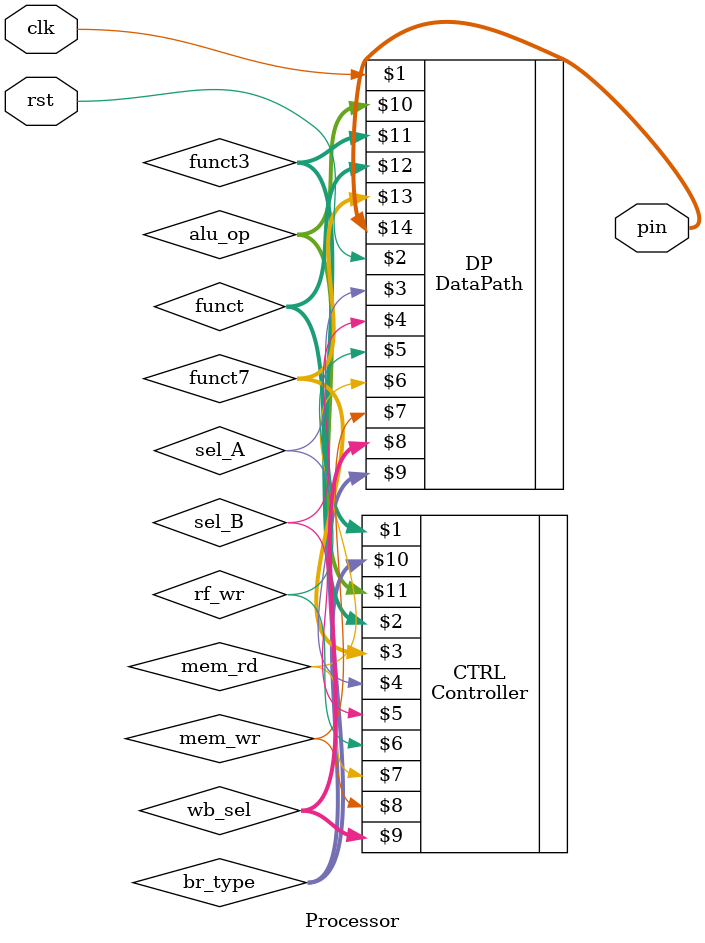
<source format=v>

module Processor(
	input clk, rst,
	output wire [31:0] pin
);

wire sel_A, sel_B, rf_wr, mem_rd, mem_wr;
wire [1:0] wb_sel;
wire [2:0] br_type, funct3, funct;
wire [3:0] alu_op;
wire [6:0] funct7;

DataPath DP (clk, rst, sel_A, sel_B, rf_wr, mem_rd, mem_wr, wb_sel, br_type, alu_op, funct3, funct, funct7, pin);

Controller CTRL (funct3, funct, funct7, sel_A, sel_B, rf_wr, mem_rd, mem_wr, wb_sel, br_type, alu_op);

endmodule
</source>
